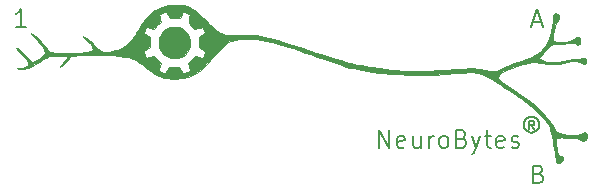
<source format=gbr>
G04 #@! TF.FileFunction,Soldermask,Top*
%FSLAX46Y46*%
G04 Gerber Fmt 4.6, Leading zero omitted, Abs format (unit mm)*
G04 Created by KiCad (PCBNEW 4.0.7-e2-6376~58~ubuntu14.04.1) date Mon Aug  6 17:59:04 2018*
%MOMM*%
%LPD*%
G01*
G04 APERTURE LIST*
%ADD10C,0.100000*%
%ADD11C,0.210000*%
%ADD12C,0.140000*%
%ADD13C,0.010000*%
G04 APERTURE END LIST*
D10*
D11*
X198357143Y-76392857D02*
X198571429Y-76464286D01*
X198642857Y-76535714D01*
X198714286Y-76678571D01*
X198714286Y-76892857D01*
X198642857Y-77035714D01*
X198571429Y-77107143D01*
X198428571Y-77178571D01*
X197857143Y-77178571D01*
X197857143Y-75678571D01*
X198357143Y-75678571D01*
X198500000Y-75750000D01*
X198571429Y-75821429D01*
X198642857Y-75964286D01*
X198642857Y-76107143D01*
X198571429Y-76250000D01*
X198500000Y-76321429D01*
X198357143Y-76392857D01*
X197857143Y-76392857D01*
X197892857Y-63500000D02*
X198607143Y-63500000D01*
X197750000Y-63928571D02*
X198250000Y-62428571D01*
X198750000Y-63928571D01*
X154928572Y-63928571D02*
X154071429Y-63928571D01*
X154500001Y-63928571D02*
X154500001Y-62428571D01*
X154357144Y-62642857D01*
X154214286Y-62785714D01*
X154071429Y-62857143D01*
X184857143Y-74178571D02*
X184857143Y-72678571D01*
X185714286Y-74178571D01*
X185714286Y-72678571D01*
X187000000Y-74107143D02*
X186857143Y-74178571D01*
X186571429Y-74178571D01*
X186428572Y-74107143D01*
X186357143Y-73964286D01*
X186357143Y-73392857D01*
X186428572Y-73250000D01*
X186571429Y-73178571D01*
X186857143Y-73178571D01*
X187000000Y-73250000D01*
X187071429Y-73392857D01*
X187071429Y-73535714D01*
X186357143Y-73678571D01*
X188357143Y-73178571D02*
X188357143Y-74178571D01*
X187714286Y-73178571D02*
X187714286Y-73964286D01*
X187785714Y-74107143D01*
X187928572Y-74178571D01*
X188142857Y-74178571D01*
X188285714Y-74107143D01*
X188357143Y-74035714D01*
X189071429Y-74178571D02*
X189071429Y-73178571D01*
X189071429Y-73464286D02*
X189142857Y-73321429D01*
X189214286Y-73250000D01*
X189357143Y-73178571D01*
X189500000Y-73178571D01*
X190214286Y-74178571D02*
X190071428Y-74107143D01*
X190000000Y-74035714D01*
X189928571Y-73892857D01*
X189928571Y-73464286D01*
X190000000Y-73321429D01*
X190071428Y-73250000D01*
X190214286Y-73178571D01*
X190428571Y-73178571D01*
X190571428Y-73250000D01*
X190642857Y-73321429D01*
X190714286Y-73464286D01*
X190714286Y-73892857D01*
X190642857Y-74035714D01*
X190571428Y-74107143D01*
X190428571Y-74178571D01*
X190214286Y-74178571D01*
X191857143Y-73392857D02*
X192071429Y-73464286D01*
X192142857Y-73535714D01*
X192214286Y-73678571D01*
X192214286Y-73892857D01*
X192142857Y-74035714D01*
X192071429Y-74107143D01*
X191928571Y-74178571D01*
X191357143Y-74178571D01*
X191357143Y-72678571D01*
X191857143Y-72678571D01*
X192000000Y-72750000D01*
X192071429Y-72821429D01*
X192142857Y-72964286D01*
X192142857Y-73107143D01*
X192071429Y-73250000D01*
X192000000Y-73321429D01*
X191857143Y-73392857D01*
X191357143Y-73392857D01*
X192714286Y-73178571D02*
X193071429Y-74178571D01*
X193428571Y-73178571D02*
X193071429Y-74178571D01*
X192928571Y-74535714D01*
X192857143Y-74607143D01*
X192714286Y-74678571D01*
X193785714Y-73178571D02*
X194357143Y-73178571D01*
X194000000Y-72678571D02*
X194000000Y-73964286D01*
X194071428Y-74107143D01*
X194214286Y-74178571D01*
X194357143Y-74178571D01*
X195428571Y-74107143D02*
X195285714Y-74178571D01*
X195000000Y-74178571D01*
X194857143Y-74107143D01*
X194785714Y-73964286D01*
X194785714Y-73392857D01*
X194857143Y-73250000D01*
X195000000Y-73178571D01*
X195285714Y-73178571D01*
X195428571Y-73250000D01*
X195500000Y-73392857D01*
X195500000Y-73535714D01*
X194785714Y-73678571D01*
X196071428Y-74107143D02*
X196214285Y-74178571D01*
X196500000Y-74178571D01*
X196642857Y-74107143D01*
X196714285Y-73964286D01*
X196714285Y-73892857D01*
X196642857Y-73750000D01*
X196500000Y-73678571D01*
X196285714Y-73678571D01*
X196142857Y-73607143D01*
X196071428Y-73464286D01*
X196071428Y-73392857D01*
X196142857Y-73250000D01*
X196285714Y-73178571D01*
X196500000Y-73178571D01*
X196642857Y-73250000D01*
D12*
X197988095Y-72559524D02*
X197750000Y-72273810D01*
X197559524Y-72559524D02*
X197559524Y-71892857D01*
X197845238Y-71892857D01*
X197940476Y-71940476D01*
X197988095Y-72035714D01*
X197988095Y-72130952D01*
X197940476Y-72226190D01*
X197845238Y-72273810D01*
X197559524Y-72273810D01*
X197750000Y-71559524D02*
X197511905Y-71607143D01*
X197273809Y-71750000D01*
X197130952Y-71988095D01*
X197083333Y-72226190D01*
X197130952Y-72464286D01*
X197273809Y-72702381D01*
X197511905Y-72845238D01*
X197750000Y-72892857D01*
X197988095Y-72845238D01*
X198226190Y-72702381D01*
X198369047Y-72464286D01*
X198416667Y-72226190D01*
X198369047Y-71988095D01*
X198226190Y-71750000D01*
X197988095Y-71607143D01*
X197750000Y-71559524D01*
D13*
G36*
X168034345Y-62069558D02*
X168332966Y-62121417D01*
X168560046Y-62181626D01*
X168762983Y-62253636D01*
X168955205Y-62346793D01*
X169150141Y-62470443D01*
X169361221Y-62633934D01*
X169601874Y-62846611D01*
X169885530Y-63117822D01*
X170167122Y-63397979D01*
X170448883Y-63679787D01*
X170673252Y-63899212D01*
X170853187Y-64067176D01*
X171001645Y-64194601D01*
X171131583Y-64292408D01*
X171255959Y-64371520D01*
X171387729Y-64442858D01*
X171434546Y-64466308D01*
X171625665Y-64558707D01*
X171767948Y-64616020D01*
X171896629Y-64645362D01*
X172046942Y-64653846D01*
X172254120Y-64648585D01*
X172323423Y-64645770D01*
X172959996Y-64625946D01*
X173528971Y-64621477D01*
X174022577Y-64632161D01*
X174433041Y-64657799D01*
X174752593Y-64698189D01*
X174815200Y-64710119D01*
X175146370Y-64782178D01*
X175490419Y-64864601D01*
X175858308Y-64960597D01*
X176260997Y-65073375D01*
X176709448Y-65206142D01*
X177214623Y-65362107D01*
X177787482Y-65544477D01*
X178438988Y-65756462D01*
X178828400Y-65884720D01*
X179535235Y-66117539D01*
X180156669Y-66320126D01*
X180703345Y-66495385D01*
X181185907Y-66646220D01*
X181614996Y-66775536D01*
X182001257Y-66886238D01*
X182355332Y-66981231D01*
X182687865Y-67063419D01*
X183009499Y-67135706D01*
X183330876Y-67200999D01*
X183662639Y-67262200D01*
X184015433Y-67322215D01*
X184213200Y-67354314D01*
X184804860Y-67445087D01*
X185335595Y-67516563D01*
X185831805Y-67570795D01*
X186319884Y-67609835D01*
X186826232Y-67635737D01*
X187377244Y-67650555D01*
X187999318Y-67656340D01*
X188099400Y-67656554D01*
X188696249Y-67654429D01*
X189225011Y-67645399D01*
X189719044Y-67628136D01*
X190211707Y-67601313D01*
X190736359Y-67563602D01*
X191020400Y-67540308D01*
X191597685Y-67494973D01*
X192087828Y-67465049D01*
X192504144Y-67450740D01*
X192859945Y-67452252D01*
X193168547Y-67469790D01*
X193443262Y-67503558D01*
X193697404Y-67553762D01*
X193814400Y-67583327D01*
X194140703Y-67654695D01*
X194433699Y-67676994D01*
X194717986Y-67646428D01*
X195018163Y-67559202D01*
X195358828Y-67411522D01*
X195548144Y-67315858D01*
X195713897Y-67239539D01*
X195951478Y-67143821D01*
X196235355Y-67038338D01*
X196539991Y-66932725D01*
X196716013Y-66875242D01*
X197153797Y-66731186D01*
X197509164Y-66601730D01*
X197798595Y-66478183D01*
X198038566Y-66351853D01*
X198245557Y-66214045D01*
X198436044Y-66056067D01*
X198626507Y-65869228D01*
X198630063Y-65865519D01*
X198969830Y-65444654D01*
X199228099Y-64974185D01*
X199407048Y-64448415D01*
X199508856Y-63861645D01*
X199532993Y-63504052D01*
X199557803Y-63188258D01*
X199608975Y-62968240D01*
X199688732Y-62841082D01*
X199799297Y-62803871D01*
X199942892Y-62853691D01*
X200000696Y-62890680D01*
X200095530Y-63009656D01*
X200098731Y-63164900D01*
X200010751Y-63349748D01*
X199965461Y-63411478D01*
X199847967Y-63607302D01*
X199735237Y-63883473D01*
X199634779Y-64218776D01*
X199560791Y-64555045D01*
X199533207Y-64819602D01*
X199566615Y-65014405D01*
X199668010Y-65145849D01*
X199844389Y-65220329D01*
X200102747Y-65244239D01*
X200306370Y-65236529D01*
X200688142Y-65195436D01*
X200982005Y-65130651D01*
X201199598Y-65038792D01*
X201331729Y-64938454D01*
X201481614Y-64831898D01*
X201636038Y-64791160D01*
X201768038Y-64818759D01*
X201839012Y-64891060D01*
X201885511Y-65049122D01*
X201880859Y-65219368D01*
X201827706Y-65354856D01*
X201811771Y-65373371D01*
X201723162Y-65440187D01*
X201633837Y-65439162D01*
X201506799Y-65369838D01*
X201506417Y-65369587D01*
X201443225Y-65335483D01*
X201366670Y-65315455D01*
X201256925Y-65308863D01*
X201094160Y-65315063D01*
X200858550Y-65333414D01*
X200733504Y-65344554D01*
X200451143Y-65367733D01*
X200170882Y-65386512D01*
X199926693Y-65398853D01*
X199764015Y-65402766D01*
X199645442Y-65403427D01*
X199549194Y-65412036D01*
X199462748Y-65438072D01*
X199373582Y-65491016D01*
X199269173Y-65580349D01*
X199136998Y-65715553D01*
X198964536Y-65906108D01*
X198739262Y-66161496D01*
X198694230Y-66212703D01*
X198367061Y-66584685D01*
X198482396Y-66678077D01*
X198621508Y-66764877D01*
X198804450Y-66828849D01*
X199048316Y-66873898D01*
X199370202Y-66903927D01*
X199505263Y-66911652D01*
X199742380Y-66920828D01*
X199933355Y-66918567D01*
X200110983Y-66901037D01*
X200308055Y-66864406D01*
X200557366Y-66804841D01*
X200673663Y-66775128D01*
X200974792Y-66701500D01*
X201202759Y-66656457D01*
X201380831Y-66636580D01*
X201532273Y-66638449D01*
X201575041Y-66642629D01*
X201770199Y-66652551D01*
X201905977Y-66624422D01*
X201968371Y-66591154D01*
X202127208Y-66531464D01*
X202262847Y-66558454D01*
X202358196Y-66657386D01*
X202396162Y-66813524D01*
X202380145Y-66946196D01*
X202319749Y-67064260D01*
X202217656Y-67092824D01*
X202069746Y-67032591D01*
X202028537Y-67006063D01*
X201811809Y-66878998D01*
X201613354Y-66817026D01*
X201395539Y-66813621D01*
X201155000Y-66854538D01*
X200754637Y-66943062D01*
X200435909Y-67012194D01*
X200180967Y-67063157D01*
X199971957Y-67097171D01*
X199791031Y-67115458D01*
X199620335Y-67119242D01*
X199442020Y-67109743D01*
X199238233Y-67088183D01*
X198991125Y-67055785D01*
X198731904Y-67020396D01*
X198424804Y-66979659D01*
X198195427Y-66952913D01*
X198020934Y-66939660D01*
X197878484Y-66939404D01*
X197745241Y-66951648D01*
X197598363Y-66975895D01*
X197505812Y-66993711D01*
X197006897Y-67105099D01*
X196539959Y-67235208D01*
X196114404Y-67379611D01*
X195739638Y-67533884D01*
X195425070Y-67693603D01*
X195180105Y-67854341D01*
X195014151Y-68011675D01*
X194936614Y-68161179D01*
X194932000Y-68204430D01*
X194948719Y-68291066D01*
X195005575Y-68383311D01*
X195112618Y-68489945D01*
X195279894Y-68619749D01*
X195517452Y-68781505D01*
X195795600Y-68959121D01*
X196642420Y-69514641D01*
X197391488Y-70058569D01*
X198045656Y-70593504D01*
X198607775Y-71122047D01*
X199080696Y-71646799D01*
X199467272Y-72170360D01*
X199655852Y-72479483D01*
X199761870Y-72646618D01*
X199871226Y-72785742D01*
X199948604Y-72857661D01*
X200140187Y-72942710D01*
X200418623Y-73008067D01*
X200770696Y-73051614D01*
X201183192Y-73071233D01*
X201286826Y-73072141D01*
X201544479Y-73070867D01*
X201720592Y-73063977D01*
X201835190Y-73048515D01*
X201908300Y-73021523D01*
X201959947Y-72980046D01*
X201967800Y-72971600D01*
X202076776Y-72900533D01*
X202211485Y-72871715D01*
X202330020Y-72889413D01*
X202379668Y-72929648D01*
X202415085Y-73056636D01*
X202415379Y-73229789D01*
X202384950Y-73401678D01*
X202328198Y-73524871D01*
X202323993Y-73529744D01*
X202210693Y-73616593D01*
X202093030Y-73614373D01*
X201960025Y-73533360D01*
X201782438Y-73439836D01*
X201517389Y-73371310D01*
X201161343Y-73327198D01*
X200710761Y-73306911D01*
X200585526Y-73305508D01*
X200274559Y-73304555D01*
X200052361Y-73313264D01*
X199906114Y-73343023D01*
X199823000Y-73405223D01*
X199790203Y-73511254D01*
X199794906Y-73672504D01*
X199824290Y-73900363D01*
X199834522Y-73972858D01*
X199884603Y-74293941D01*
X199935404Y-74527893D01*
X199993340Y-74689023D01*
X200064825Y-74791641D01*
X200156273Y-74850054D01*
X200237894Y-74872740D01*
X200392775Y-74926360D01*
X200460029Y-75021619D01*
X200450182Y-75173922D01*
X200448472Y-75180870D01*
X200379076Y-75304290D01*
X200255885Y-75407102D01*
X200109313Y-75474947D01*
X199969771Y-75493466D01*
X199872123Y-75453003D01*
X199829731Y-75362469D01*
X199809166Y-75224003D01*
X199808800Y-75203622D01*
X199798482Y-75056930D01*
X199769872Y-74833678D01*
X199726485Y-74552280D01*
X199671834Y-74231149D01*
X199609435Y-73888699D01*
X199542801Y-73543342D01*
X199475448Y-73213492D01*
X199410890Y-72917562D01*
X199352642Y-72673965D01*
X199304217Y-72501115D01*
X199280966Y-72438200D01*
X199117997Y-72151140D01*
X198878896Y-71826542D01*
X198576221Y-71476437D01*
X198222528Y-71112855D01*
X197830374Y-70747825D01*
X197412316Y-70393378D01*
X196980911Y-70061545D01*
X196548716Y-69764354D01*
X196379800Y-69658704D01*
X196188353Y-69539989D01*
X195935697Y-69379521D01*
X195644961Y-69192196D01*
X195339279Y-68992912D01*
X195062903Y-68810598D01*
X194779504Y-68624794D01*
X194503883Y-68448371D01*
X194254900Y-68293086D01*
X194051416Y-68170692D01*
X193912293Y-68092945D01*
X193907553Y-68090536D01*
X193703006Y-67995287D01*
X193497955Y-67919243D01*
X193280785Y-67861706D01*
X193039880Y-67821980D01*
X192763626Y-67799371D01*
X192440406Y-67793180D01*
X192058606Y-67802713D01*
X191606610Y-67827274D01*
X191072802Y-67866165D01*
X190689545Y-67897689D01*
X189161678Y-67990271D01*
X187660503Y-68007403D01*
X186195611Y-67949608D01*
X184776594Y-67817411D01*
X183413041Y-67611335D01*
X182652096Y-67458327D01*
X182409628Y-67397668D01*
X182083034Y-67304879D01*
X181683299Y-67183556D01*
X181221408Y-67037295D01*
X180708347Y-66869694D01*
X180155100Y-66684350D01*
X179572653Y-66484859D01*
X178971991Y-66274818D01*
X178364098Y-66057824D01*
X178260581Y-66020414D01*
X177537710Y-65764562D01*
X176893998Y-65550070D01*
X176317203Y-65373927D01*
X175795084Y-65233123D01*
X175315400Y-65124647D01*
X174865909Y-65045490D01*
X174434372Y-64992640D01*
X174008546Y-64963088D01*
X173951600Y-64960748D01*
X173440916Y-64953389D01*
X173015826Y-64974625D01*
X172663995Y-65025993D01*
X172373087Y-65109030D01*
X172219052Y-65176509D01*
X172004331Y-65313144D01*
X171744088Y-65525563D01*
X171448179Y-65804367D01*
X171126456Y-66140159D01*
X170788773Y-66523538D01*
X170715912Y-66610225D01*
X170229634Y-67140263D01*
X169735992Y-67570812D01*
X169230896Y-67903932D01*
X168710257Y-68141682D01*
X168169986Y-68286122D01*
X167605994Y-68339310D01*
X167297840Y-68331322D01*
X166936186Y-68294529D01*
X166611955Y-68228638D01*
X166305325Y-68124990D01*
X165996470Y-67974929D01*
X165665568Y-67769799D01*
X165292794Y-67500944D01*
X165156639Y-67396317D01*
X164869823Y-67174088D01*
X164648228Y-67005393D01*
X164477392Y-66880736D01*
X164342851Y-66790622D01*
X164230141Y-66725556D01*
X164124797Y-66676041D01*
X164012358Y-66632583D01*
X163970796Y-66617799D01*
X163661728Y-66531350D01*
X163266508Y-66456254D01*
X162800070Y-66393671D01*
X162277348Y-66344764D01*
X161713278Y-66310693D01*
X161122794Y-66292620D01*
X160520831Y-66291705D01*
X159972065Y-66306915D01*
X159597099Y-66323405D01*
X159308032Y-66340189D01*
X159089280Y-66362408D01*
X158925259Y-66395203D01*
X158800384Y-66443717D01*
X158699071Y-66513090D01*
X158605735Y-66608465D01*
X158504791Y-66734983D01*
X158447950Y-66809745D01*
X158283926Y-66997351D01*
X158106448Y-67155680D01*
X157998069Y-67228268D01*
X157879778Y-67288961D01*
X157825459Y-67302497D01*
X157836797Y-67262348D01*
X157915473Y-67161982D01*
X158056200Y-67002600D01*
X158191027Y-66840342D01*
X158307668Y-66677475D01*
X158392216Y-66536046D01*
X158430766Y-66438102D01*
X158428478Y-66412377D01*
X158368507Y-66394024D01*
X158229034Y-66380669D01*
X158032030Y-66372272D01*
X157799468Y-66368796D01*
X157553319Y-66370203D01*
X157315557Y-66376453D01*
X157108154Y-66387510D01*
X156953081Y-66403335D01*
X156894486Y-66415048D01*
X156786598Y-66461533D01*
X156618692Y-66551893D01*
X156414616Y-66672657D01*
X156218937Y-66796722D01*
X155759757Y-67082032D01*
X155362337Y-67294544D01*
X155020141Y-67436685D01*
X154726636Y-67510882D01*
X154475289Y-67519563D01*
X154341412Y-67494165D01*
X154165000Y-67443563D01*
X154393600Y-67438698D01*
X154679678Y-67411330D01*
X154909966Y-67346533D01*
X155071157Y-67250502D01*
X155149946Y-67129432D01*
X155155600Y-67083880D01*
X155117870Y-66959016D01*
X155009514Y-66778763D01*
X154837774Y-66552990D01*
X154609897Y-66291564D01*
X154448848Y-66121298D01*
X154291866Y-65957867D01*
X154167718Y-65824851D01*
X154089529Y-65736579D01*
X154069560Y-65707200D01*
X154184956Y-65745324D01*
X154349967Y-65852632D01*
X154551299Y-66018528D01*
X154775656Y-66232414D01*
X154923886Y-66388173D01*
X155098972Y-66573348D01*
X155257417Y-66730760D01*
X155382924Y-66844902D01*
X155459197Y-66900268D01*
X155464018Y-66902148D01*
X155563065Y-66894077D01*
X155718263Y-66839254D01*
X155903975Y-66751206D01*
X156094567Y-66643458D01*
X156264401Y-66529537D01*
X156387841Y-66422967D01*
X156401596Y-66407476D01*
X156485660Y-66271749D01*
X156526466Y-66135516D01*
X156527200Y-66119676D01*
X156483739Y-65909228D01*
X156355933Y-65654448D01*
X156147648Y-65361414D01*
X155862750Y-65036209D01*
X155791454Y-64962257D01*
X155621092Y-64786659D01*
X155482226Y-64640453D01*
X155387303Y-64536980D01*
X155348768Y-64489580D01*
X155349010Y-64488000D01*
X155400218Y-64512456D01*
X155512948Y-64576455D01*
X155656954Y-64662608D01*
X155999933Y-64918327D01*
X156342626Y-65263727D01*
X156615113Y-65605600D01*
X156770304Y-65809769D01*
X156896036Y-65945470D01*
X157016163Y-66030724D01*
X157154539Y-66083553D01*
X157286965Y-66113176D01*
X157479232Y-66136547D01*
X157747691Y-66150999D01*
X158073436Y-66157170D01*
X158437563Y-66155697D01*
X158821168Y-66147217D01*
X159205345Y-66132368D01*
X159571189Y-66111787D01*
X159899797Y-66086111D01*
X160172262Y-66055977D01*
X160369682Y-66022024D01*
X160423672Y-66007428D01*
X160568501Y-65924346D01*
X160622152Y-65799262D01*
X160585178Y-65633859D01*
X160458130Y-65429821D01*
X160241560Y-65188833D01*
X160116534Y-65070139D01*
X159968758Y-64930786D01*
X159861490Y-64820821D01*
X159808276Y-64754676D01*
X159808554Y-64742000D01*
X159903370Y-64774427D01*
X160046357Y-64859812D01*
X160212818Y-64980305D01*
X160378059Y-65118058D01*
X160515000Y-65252586D01*
X160752526Y-65511716D01*
X160936586Y-65704355D01*
X161079982Y-65841026D01*
X161195516Y-65932250D01*
X161295992Y-65988548D01*
X161394212Y-66020443D01*
X161465092Y-66033393D01*
X161684769Y-66043989D01*
X161963807Y-66027077D01*
X162265252Y-65987501D01*
X162552152Y-65930103D01*
X162786299Y-65860208D01*
X163060330Y-65740528D01*
X163310292Y-65594585D01*
X163545056Y-65412559D01*
X163773493Y-65184632D01*
X164004474Y-64900985D01*
X164246870Y-64551799D01*
X164302151Y-64462454D01*
X164909200Y-64462454D01*
X164948725Y-64495763D01*
X165051208Y-64564928D01*
X165163200Y-64635573D01*
X165417200Y-64791860D01*
X165417018Y-65681800D01*
X165175809Y-65830712D01*
X165040214Y-65914823D01*
X164944362Y-65975030D01*
X164915258Y-65993987D01*
X164922303Y-66044576D01*
X164960392Y-66160926D01*
X165006973Y-66281971D01*
X165118028Y-66555594D01*
X165446533Y-66476994D01*
X165775037Y-66398394D01*
X166072748Y-66692999D01*
X166370459Y-66987603D01*
X166300832Y-67249101D01*
X166251473Y-67451775D01*
X166238765Y-67581726D01*
X166268423Y-67663006D01*
X166346163Y-67719666D01*
X166420500Y-67752769D01*
X166599469Y-67816215D01*
X166721260Y-67820641D01*
X166817843Y-67755761D01*
X166921188Y-67611290D01*
X166936373Y-67586800D01*
X167092660Y-67332800D01*
X167948485Y-67332800D01*
X168104773Y-67586800D01*
X168194601Y-67722996D01*
X168267000Y-67815283D01*
X168299630Y-67841051D01*
X168392841Y-67822806D01*
X168524481Y-67776869D01*
X168661429Y-67717664D01*
X168770563Y-67659616D01*
X168818759Y-67617152D01*
X168818990Y-67614864D01*
X168806867Y-67539168D01*
X168777449Y-67399464D01*
X168748615Y-67274645D01*
X168680049Y-66987891D01*
X168971241Y-66699738D01*
X169262433Y-66411584D01*
X169580636Y-66494039D01*
X169744856Y-66534000D01*
X169863521Y-66557969D01*
X169909529Y-66560947D01*
X169933823Y-66509512D01*
X169984982Y-66393670D01*
X170029191Y-66291400D01*
X170089254Y-66142133D01*
X170107742Y-66057033D01*
X170087245Y-66008768D01*
X170058071Y-65986600D01*
X169818742Y-65825358D01*
X169668721Y-65701164D01*
X169604161Y-65610510D01*
X169604042Y-65572715D01*
X169619101Y-65484726D01*
X169629747Y-65329445D01*
X169633600Y-65148602D01*
X169633600Y-64801514D01*
X170137426Y-64491506D01*
X170031140Y-64235753D01*
X169971528Y-64099035D01*
X169916058Y-64020713D01*
X169838832Y-63990946D01*
X169713956Y-63999895D01*
X169515533Y-64037720D01*
X169511887Y-64038452D01*
X169220829Y-64096905D01*
X168966046Y-63847952D01*
X168849607Y-63732873D01*
X168776178Y-63643617D01*
X168740307Y-63554470D01*
X168736541Y-63439716D01*
X168759428Y-63273641D01*
X168798523Y-63057861D01*
X168813647Y-62947270D01*
X168793736Y-62879067D01*
X168718478Y-62824581D01*
X168591584Y-62765761D01*
X168449182Y-62705441D01*
X168347480Y-62667289D01*
X168319042Y-62660208D01*
X168278182Y-62700864D01*
X168205053Y-62805057D01*
X168137200Y-62914208D01*
X167987001Y-63167200D01*
X167108786Y-63167200D01*
X166950891Y-62913200D01*
X166858573Y-62776987D01*
X166781461Y-62684800D01*
X166744309Y-62659200D01*
X166672553Y-62677910D01*
X166543661Y-62725620D01*
X166459293Y-62760502D01*
X166314204Y-62832887D01*
X166251380Y-62895638D01*
X166249994Y-62951002D01*
X166277367Y-63054224D01*
X166313975Y-63207412D01*
X166327867Y-63268800D01*
X166378711Y-63497400D01*
X166084333Y-63793113D01*
X165789956Y-64088827D01*
X165470958Y-64006166D01*
X165305410Y-63966228D01*
X165184257Y-63942573D01*
X165135372Y-63940093D01*
X165108063Y-63991814D01*
X165057295Y-64102848D01*
X164997923Y-64238888D01*
X164944800Y-64365627D01*
X164912781Y-64448760D01*
X164909200Y-64462454D01*
X164302151Y-64462454D01*
X164509553Y-64127256D01*
X164783403Y-63649800D01*
X164933709Y-63430574D01*
X165146727Y-63185015D01*
X165397168Y-62937565D01*
X165659744Y-62712671D01*
X165909165Y-62534777D01*
X165980494Y-62492644D01*
X166471499Y-62269368D01*
X166992131Y-62122115D01*
X167520407Y-62054356D01*
X168034345Y-62069558D01*
X168034345Y-62069558D01*
G37*
X168034345Y-62069558D02*
X168332966Y-62121417D01*
X168560046Y-62181626D01*
X168762983Y-62253636D01*
X168955205Y-62346793D01*
X169150141Y-62470443D01*
X169361221Y-62633934D01*
X169601874Y-62846611D01*
X169885530Y-63117822D01*
X170167122Y-63397979D01*
X170448883Y-63679787D01*
X170673252Y-63899212D01*
X170853187Y-64067176D01*
X171001645Y-64194601D01*
X171131583Y-64292408D01*
X171255959Y-64371520D01*
X171387729Y-64442858D01*
X171434546Y-64466308D01*
X171625665Y-64558707D01*
X171767948Y-64616020D01*
X171896629Y-64645362D01*
X172046942Y-64653846D01*
X172254120Y-64648585D01*
X172323423Y-64645770D01*
X172959996Y-64625946D01*
X173528971Y-64621477D01*
X174022577Y-64632161D01*
X174433041Y-64657799D01*
X174752593Y-64698189D01*
X174815200Y-64710119D01*
X175146370Y-64782178D01*
X175490419Y-64864601D01*
X175858308Y-64960597D01*
X176260997Y-65073375D01*
X176709448Y-65206142D01*
X177214623Y-65362107D01*
X177787482Y-65544477D01*
X178438988Y-65756462D01*
X178828400Y-65884720D01*
X179535235Y-66117539D01*
X180156669Y-66320126D01*
X180703345Y-66495385D01*
X181185907Y-66646220D01*
X181614996Y-66775536D01*
X182001257Y-66886238D01*
X182355332Y-66981231D01*
X182687865Y-67063419D01*
X183009499Y-67135706D01*
X183330876Y-67200999D01*
X183662639Y-67262200D01*
X184015433Y-67322215D01*
X184213200Y-67354314D01*
X184804860Y-67445087D01*
X185335595Y-67516563D01*
X185831805Y-67570795D01*
X186319884Y-67609835D01*
X186826232Y-67635737D01*
X187377244Y-67650555D01*
X187999318Y-67656340D01*
X188099400Y-67656554D01*
X188696249Y-67654429D01*
X189225011Y-67645399D01*
X189719044Y-67628136D01*
X190211707Y-67601313D01*
X190736359Y-67563602D01*
X191020400Y-67540308D01*
X191597685Y-67494973D01*
X192087828Y-67465049D01*
X192504144Y-67450740D01*
X192859945Y-67452252D01*
X193168547Y-67469790D01*
X193443262Y-67503558D01*
X193697404Y-67553762D01*
X193814400Y-67583327D01*
X194140703Y-67654695D01*
X194433699Y-67676994D01*
X194717986Y-67646428D01*
X195018163Y-67559202D01*
X195358828Y-67411522D01*
X195548144Y-67315858D01*
X195713897Y-67239539D01*
X195951478Y-67143821D01*
X196235355Y-67038338D01*
X196539991Y-66932725D01*
X196716013Y-66875242D01*
X197153797Y-66731186D01*
X197509164Y-66601730D01*
X197798595Y-66478183D01*
X198038566Y-66351853D01*
X198245557Y-66214045D01*
X198436044Y-66056067D01*
X198626507Y-65869228D01*
X198630063Y-65865519D01*
X198969830Y-65444654D01*
X199228099Y-64974185D01*
X199407048Y-64448415D01*
X199508856Y-63861645D01*
X199532993Y-63504052D01*
X199557803Y-63188258D01*
X199608975Y-62968240D01*
X199688732Y-62841082D01*
X199799297Y-62803871D01*
X199942892Y-62853691D01*
X200000696Y-62890680D01*
X200095530Y-63009656D01*
X200098731Y-63164900D01*
X200010751Y-63349748D01*
X199965461Y-63411478D01*
X199847967Y-63607302D01*
X199735237Y-63883473D01*
X199634779Y-64218776D01*
X199560791Y-64555045D01*
X199533207Y-64819602D01*
X199566615Y-65014405D01*
X199668010Y-65145849D01*
X199844389Y-65220329D01*
X200102747Y-65244239D01*
X200306370Y-65236529D01*
X200688142Y-65195436D01*
X200982005Y-65130651D01*
X201199598Y-65038792D01*
X201331729Y-64938454D01*
X201481614Y-64831898D01*
X201636038Y-64791160D01*
X201768038Y-64818759D01*
X201839012Y-64891060D01*
X201885511Y-65049122D01*
X201880859Y-65219368D01*
X201827706Y-65354856D01*
X201811771Y-65373371D01*
X201723162Y-65440187D01*
X201633837Y-65439162D01*
X201506799Y-65369838D01*
X201506417Y-65369587D01*
X201443225Y-65335483D01*
X201366670Y-65315455D01*
X201256925Y-65308863D01*
X201094160Y-65315063D01*
X200858550Y-65333414D01*
X200733504Y-65344554D01*
X200451143Y-65367733D01*
X200170882Y-65386512D01*
X199926693Y-65398853D01*
X199764015Y-65402766D01*
X199645442Y-65403427D01*
X199549194Y-65412036D01*
X199462748Y-65438072D01*
X199373582Y-65491016D01*
X199269173Y-65580349D01*
X199136998Y-65715553D01*
X198964536Y-65906108D01*
X198739262Y-66161496D01*
X198694230Y-66212703D01*
X198367061Y-66584685D01*
X198482396Y-66678077D01*
X198621508Y-66764877D01*
X198804450Y-66828849D01*
X199048316Y-66873898D01*
X199370202Y-66903927D01*
X199505263Y-66911652D01*
X199742380Y-66920828D01*
X199933355Y-66918567D01*
X200110983Y-66901037D01*
X200308055Y-66864406D01*
X200557366Y-66804841D01*
X200673663Y-66775128D01*
X200974792Y-66701500D01*
X201202759Y-66656457D01*
X201380831Y-66636580D01*
X201532273Y-66638449D01*
X201575041Y-66642629D01*
X201770199Y-66652551D01*
X201905977Y-66624422D01*
X201968371Y-66591154D01*
X202127208Y-66531464D01*
X202262847Y-66558454D01*
X202358196Y-66657386D01*
X202396162Y-66813524D01*
X202380145Y-66946196D01*
X202319749Y-67064260D01*
X202217656Y-67092824D01*
X202069746Y-67032591D01*
X202028537Y-67006063D01*
X201811809Y-66878998D01*
X201613354Y-66817026D01*
X201395539Y-66813621D01*
X201155000Y-66854538D01*
X200754637Y-66943062D01*
X200435909Y-67012194D01*
X200180967Y-67063157D01*
X199971957Y-67097171D01*
X199791031Y-67115458D01*
X199620335Y-67119242D01*
X199442020Y-67109743D01*
X199238233Y-67088183D01*
X198991125Y-67055785D01*
X198731904Y-67020396D01*
X198424804Y-66979659D01*
X198195427Y-66952913D01*
X198020934Y-66939660D01*
X197878484Y-66939404D01*
X197745241Y-66951648D01*
X197598363Y-66975895D01*
X197505812Y-66993711D01*
X197006897Y-67105099D01*
X196539959Y-67235208D01*
X196114404Y-67379611D01*
X195739638Y-67533884D01*
X195425070Y-67693603D01*
X195180105Y-67854341D01*
X195014151Y-68011675D01*
X194936614Y-68161179D01*
X194932000Y-68204430D01*
X194948719Y-68291066D01*
X195005575Y-68383311D01*
X195112618Y-68489945D01*
X195279894Y-68619749D01*
X195517452Y-68781505D01*
X195795600Y-68959121D01*
X196642420Y-69514641D01*
X197391488Y-70058569D01*
X198045656Y-70593504D01*
X198607775Y-71122047D01*
X199080696Y-71646799D01*
X199467272Y-72170360D01*
X199655852Y-72479483D01*
X199761870Y-72646618D01*
X199871226Y-72785742D01*
X199948604Y-72857661D01*
X200140187Y-72942710D01*
X200418623Y-73008067D01*
X200770696Y-73051614D01*
X201183192Y-73071233D01*
X201286826Y-73072141D01*
X201544479Y-73070867D01*
X201720592Y-73063977D01*
X201835190Y-73048515D01*
X201908300Y-73021523D01*
X201959947Y-72980046D01*
X201967800Y-72971600D01*
X202076776Y-72900533D01*
X202211485Y-72871715D01*
X202330020Y-72889413D01*
X202379668Y-72929648D01*
X202415085Y-73056636D01*
X202415379Y-73229789D01*
X202384950Y-73401678D01*
X202328198Y-73524871D01*
X202323993Y-73529744D01*
X202210693Y-73616593D01*
X202093030Y-73614373D01*
X201960025Y-73533360D01*
X201782438Y-73439836D01*
X201517389Y-73371310D01*
X201161343Y-73327198D01*
X200710761Y-73306911D01*
X200585526Y-73305508D01*
X200274559Y-73304555D01*
X200052361Y-73313264D01*
X199906114Y-73343023D01*
X199823000Y-73405223D01*
X199790203Y-73511254D01*
X199794906Y-73672504D01*
X199824290Y-73900363D01*
X199834522Y-73972858D01*
X199884603Y-74293941D01*
X199935404Y-74527893D01*
X199993340Y-74689023D01*
X200064825Y-74791641D01*
X200156273Y-74850054D01*
X200237894Y-74872740D01*
X200392775Y-74926360D01*
X200460029Y-75021619D01*
X200450182Y-75173922D01*
X200448472Y-75180870D01*
X200379076Y-75304290D01*
X200255885Y-75407102D01*
X200109313Y-75474947D01*
X199969771Y-75493466D01*
X199872123Y-75453003D01*
X199829731Y-75362469D01*
X199809166Y-75224003D01*
X199808800Y-75203622D01*
X199798482Y-75056930D01*
X199769872Y-74833678D01*
X199726485Y-74552280D01*
X199671834Y-74231149D01*
X199609435Y-73888699D01*
X199542801Y-73543342D01*
X199475448Y-73213492D01*
X199410890Y-72917562D01*
X199352642Y-72673965D01*
X199304217Y-72501115D01*
X199280966Y-72438200D01*
X199117997Y-72151140D01*
X198878896Y-71826542D01*
X198576221Y-71476437D01*
X198222528Y-71112855D01*
X197830374Y-70747825D01*
X197412316Y-70393378D01*
X196980911Y-70061545D01*
X196548716Y-69764354D01*
X196379800Y-69658704D01*
X196188353Y-69539989D01*
X195935697Y-69379521D01*
X195644961Y-69192196D01*
X195339279Y-68992912D01*
X195062903Y-68810598D01*
X194779504Y-68624794D01*
X194503883Y-68448371D01*
X194254900Y-68293086D01*
X194051416Y-68170692D01*
X193912293Y-68092945D01*
X193907553Y-68090536D01*
X193703006Y-67995287D01*
X193497955Y-67919243D01*
X193280785Y-67861706D01*
X193039880Y-67821980D01*
X192763626Y-67799371D01*
X192440406Y-67793180D01*
X192058606Y-67802713D01*
X191606610Y-67827274D01*
X191072802Y-67866165D01*
X190689545Y-67897689D01*
X189161678Y-67990271D01*
X187660503Y-68007403D01*
X186195611Y-67949608D01*
X184776594Y-67817411D01*
X183413041Y-67611335D01*
X182652096Y-67458327D01*
X182409628Y-67397668D01*
X182083034Y-67304879D01*
X181683299Y-67183556D01*
X181221408Y-67037295D01*
X180708347Y-66869694D01*
X180155100Y-66684350D01*
X179572653Y-66484859D01*
X178971991Y-66274818D01*
X178364098Y-66057824D01*
X178260581Y-66020414D01*
X177537710Y-65764562D01*
X176893998Y-65550070D01*
X176317203Y-65373927D01*
X175795084Y-65233123D01*
X175315400Y-65124647D01*
X174865909Y-65045490D01*
X174434372Y-64992640D01*
X174008546Y-64963088D01*
X173951600Y-64960748D01*
X173440916Y-64953389D01*
X173015826Y-64974625D01*
X172663995Y-65025993D01*
X172373087Y-65109030D01*
X172219052Y-65176509D01*
X172004331Y-65313144D01*
X171744088Y-65525563D01*
X171448179Y-65804367D01*
X171126456Y-66140159D01*
X170788773Y-66523538D01*
X170715912Y-66610225D01*
X170229634Y-67140263D01*
X169735992Y-67570812D01*
X169230896Y-67903932D01*
X168710257Y-68141682D01*
X168169986Y-68286122D01*
X167605994Y-68339310D01*
X167297840Y-68331322D01*
X166936186Y-68294529D01*
X166611955Y-68228638D01*
X166305325Y-68124990D01*
X165996470Y-67974929D01*
X165665568Y-67769799D01*
X165292794Y-67500944D01*
X165156639Y-67396317D01*
X164869823Y-67174088D01*
X164648228Y-67005393D01*
X164477392Y-66880736D01*
X164342851Y-66790622D01*
X164230141Y-66725556D01*
X164124797Y-66676041D01*
X164012358Y-66632583D01*
X163970796Y-66617799D01*
X163661728Y-66531350D01*
X163266508Y-66456254D01*
X162800070Y-66393671D01*
X162277348Y-66344764D01*
X161713278Y-66310693D01*
X161122794Y-66292620D01*
X160520831Y-66291705D01*
X159972065Y-66306915D01*
X159597099Y-66323405D01*
X159308032Y-66340189D01*
X159089280Y-66362408D01*
X158925259Y-66395203D01*
X158800384Y-66443717D01*
X158699071Y-66513090D01*
X158605735Y-66608465D01*
X158504791Y-66734983D01*
X158447950Y-66809745D01*
X158283926Y-66997351D01*
X158106448Y-67155680D01*
X157998069Y-67228268D01*
X157879778Y-67288961D01*
X157825459Y-67302497D01*
X157836797Y-67262348D01*
X157915473Y-67161982D01*
X158056200Y-67002600D01*
X158191027Y-66840342D01*
X158307668Y-66677475D01*
X158392216Y-66536046D01*
X158430766Y-66438102D01*
X158428478Y-66412377D01*
X158368507Y-66394024D01*
X158229034Y-66380669D01*
X158032030Y-66372272D01*
X157799468Y-66368796D01*
X157553319Y-66370203D01*
X157315557Y-66376453D01*
X157108154Y-66387510D01*
X156953081Y-66403335D01*
X156894486Y-66415048D01*
X156786598Y-66461533D01*
X156618692Y-66551893D01*
X156414616Y-66672657D01*
X156218937Y-66796722D01*
X155759757Y-67082032D01*
X155362337Y-67294544D01*
X155020141Y-67436685D01*
X154726636Y-67510882D01*
X154475289Y-67519563D01*
X154341412Y-67494165D01*
X154165000Y-67443563D01*
X154393600Y-67438698D01*
X154679678Y-67411330D01*
X154909966Y-67346533D01*
X155071157Y-67250502D01*
X155149946Y-67129432D01*
X155155600Y-67083880D01*
X155117870Y-66959016D01*
X155009514Y-66778763D01*
X154837774Y-66552990D01*
X154609897Y-66291564D01*
X154448848Y-66121298D01*
X154291866Y-65957867D01*
X154167718Y-65824851D01*
X154089529Y-65736579D01*
X154069560Y-65707200D01*
X154184956Y-65745324D01*
X154349967Y-65852632D01*
X154551299Y-66018528D01*
X154775656Y-66232414D01*
X154923886Y-66388173D01*
X155098972Y-66573348D01*
X155257417Y-66730760D01*
X155382924Y-66844902D01*
X155459197Y-66900268D01*
X155464018Y-66902148D01*
X155563065Y-66894077D01*
X155718263Y-66839254D01*
X155903975Y-66751206D01*
X156094567Y-66643458D01*
X156264401Y-66529537D01*
X156387841Y-66422967D01*
X156401596Y-66407476D01*
X156485660Y-66271749D01*
X156526466Y-66135516D01*
X156527200Y-66119676D01*
X156483739Y-65909228D01*
X156355933Y-65654448D01*
X156147648Y-65361414D01*
X155862750Y-65036209D01*
X155791454Y-64962257D01*
X155621092Y-64786659D01*
X155482226Y-64640453D01*
X155387303Y-64536980D01*
X155348768Y-64489580D01*
X155349010Y-64488000D01*
X155400218Y-64512456D01*
X155512948Y-64576455D01*
X155656954Y-64662608D01*
X155999933Y-64918327D01*
X156342626Y-65263727D01*
X156615113Y-65605600D01*
X156770304Y-65809769D01*
X156896036Y-65945470D01*
X157016163Y-66030724D01*
X157154539Y-66083553D01*
X157286965Y-66113176D01*
X157479232Y-66136547D01*
X157747691Y-66150999D01*
X158073436Y-66157170D01*
X158437563Y-66155697D01*
X158821168Y-66147217D01*
X159205345Y-66132368D01*
X159571189Y-66111787D01*
X159899797Y-66086111D01*
X160172262Y-66055977D01*
X160369682Y-66022024D01*
X160423672Y-66007428D01*
X160568501Y-65924346D01*
X160622152Y-65799262D01*
X160585178Y-65633859D01*
X160458130Y-65429821D01*
X160241560Y-65188833D01*
X160116534Y-65070139D01*
X159968758Y-64930786D01*
X159861490Y-64820821D01*
X159808276Y-64754676D01*
X159808554Y-64742000D01*
X159903370Y-64774427D01*
X160046357Y-64859812D01*
X160212818Y-64980305D01*
X160378059Y-65118058D01*
X160515000Y-65252586D01*
X160752526Y-65511716D01*
X160936586Y-65704355D01*
X161079982Y-65841026D01*
X161195516Y-65932250D01*
X161295992Y-65988548D01*
X161394212Y-66020443D01*
X161465092Y-66033393D01*
X161684769Y-66043989D01*
X161963807Y-66027077D01*
X162265252Y-65987501D01*
X162552152Y-65930103D01*
X162786299Y-65860208D01*
X163060330Y-65740528D01*
X163310292Y-65594585D01*
X163545056Y-65412559D01*
X163773493Y-65184632D01*
X164004474Y-64900985D01*
X164246870Y-64551799D01*
X164302151Y-64462454D01*
X164909200Y-64462454D01*
X164948725Y-64495763D01*
X165051208Y-64564928D01*
X165163200Y-64635573D01*
X165417200Y-64791860D01*
X165417018Y-65681800D01*
X165175809Y-65830712D01*
X165040214Y-65914823D01*
X164944362Y-65975030D01*
X164915258Y-65993987D01*
X164922303Y-66044576D01*
X164960392Y-66160926D01*
X165006973Y-66281971D01*
X165118028Y-66555594D01*
X165446533Y-66476994D01*
X165775037Y-66398394D01*
X166072748Y-66692999D01*
X166370459Y-66987603D01*
X166300832Y-67249101D01*
X166251473Y-67451775D01*
X166238765Y-67581726D01*
X166268423Y-67663006D01*
X166346163Y-67719666D01*
X166420500Y-67752769D01*
X166599469Y-67816215D01*
X166721260Y-67820641D01*
X166817843Y-67755761D01*
X166921188Y-67611290D01*
X166936373Y-67586800D01*
X167092660Y-67332800D01*
X167948485Y-67332800D01*
X168104773Y-67586800D01*
X168194601Y-67722996D01*
X168267000Y-67815283D01*
X168299630Y-67841051D01*
X168392841Y-67822806D01*
X168524481Y-67776869D01*
X168661429Y-67717664D01*
X168770563Y-67659616D01*
X168818759Y-67617152D01*
X168818990Y-67614864D01*
X168806867Y-67539168D01*
X168777449Y-67399464D01*
X168748615Y-67274645D01*
X168680049Y-66987891D01*
X168971241Y-66699738D01*
X169262433Y-66411584D01*
X169580636Y-66494039D01*
X169744856Y-66534000D01*
X169863521Y-66557969D01*
X169909529Y-66560947D01*
X169933823Y-66509512D01*
X169984982Y-66393670D01*
X170029191Y-66291400D01*
X170089254Y-66142133D01*
X170107742Y-66057033D01*
X170087245Y-66008768D01*
X170058071Y-65986600D01*
X169818742Y-65825358D01*
X169668721Y-65701164D01*
X169604161Y-65610510D01*
X169604042Y-65572715D01*
X169619101Y-65484726D01*
X169629747Y-65329445D01*
X169633600Y-65148602D01*
X169633600Y-64801514D01*
X170137426Y-64491506D01*
X170031140Y-64235753D01*
X169971528Y-64099035D01*
X169916058Y-64020713D01*
X169838832Y-63990946D01*
X169713956Y-63999895D01*
X169515533Y-64037720D01*
X169511887Y-64038452D01*
X169220829Y-64096905D01*
X168966046Y-63847952D01*
X168849607Y-63732873D01*
X168776178Y-63643617D01*
X168740307Y-63554470D01*
X168736541Y-63439716D01*
X168759428Y-63273641D01*
X168798523Y-63057861D01*
X168813647Y-62947270D01*
X168793736Y-62879067D01*
X168718478Y-62824581D01*
X168591584Y-62765761D01*
X168449182Y-62705441D01*
X168347480Y-62667289D01*
X168319042Y-62660208D01*
X168278182Y-62700864D01*
X168205053Y-62805057D01*
X168137200Y-62914208D01*
X167987001Y-63167200D01*
X167108786Y-63167200D01*
X166950891Y-62913200D01*
X166858573Y-62776987D01*
X166781461Y-62684800D01*
X166744309Y-62659200D01*
X166672553Y-62677910D01*
X166543661Y-62725620D01*
X166459293Y-62760502D01*
X166314204Y-62832887D01*
X166251380Y-62895638D01*
X166249994Y-62951002D01*
X166277367Y-63054224D01*
X166313975Y-63207412D01*
X166327867Y-63268800D01*
X166378711Y-63497400D01*
X166084333Y-63793113D01*
X165789956Y-64088827D01*
X165470958Y-64006166D01*
X165305410Y-63966228D01*
X165184257Y-63942573D01*
X165135372Y-63940093D01*
X165108063Y-63991814D01*
X165057295Y-64102848D01*
X164997923Y-64238888D01*
X164944800Y-64365627D01*
X164912781Y-64448760D01*
X164909200Y-64462454D01*
X164302151Y-64462454D01*
X164509553Y-64127256D01*
X164783403Y-63649800D01*
X164933709Y-63430574D01*
X165146727Y-63185015D01*
X165397168Y-62937565D01*
X165659744Y-62712671D01*
X165909165Y-62534777D01*
X165980494Y-62492644D01*
X166471499Y-62269368D01*
X166992131Y-62122115D01*
X167520407Y-62054356D01*
X168034345Y-62069558D01*
G36*
X167815455Y-63951439D02*
X167969179Y-63989590D01*
X168210064Y-64105893D01*
X168442528Y-64295645D01*
X168639755Y-64532373D01*
X168772182Y-64782248D01*
X168853363Y-65125722D01*
X168844010Y-65460085D01*
X168754492Y-65773439D01*
X168595177Y-66053882D01*
X168376434Y-66289514D01*
X168108632Y-66468434D01*
X167802138Y-66578742D01*
X167467323Y-66608537D01*
X167212064Y-66572867D01*
X166878557Y-66444008D01*
X166597267Y-66236616D01*
X166379699Y-65965242D01*
X166237355Y-65644437D01*
X166181738Y-65288755D01*
X166181429Y-65269086D01*
X166223856Y-64907469D01*
X166349742Y-64589481D01*
X166547212Y-64323623D01*
X166804393Y-64118391D01*
X167109409Y-63982284D01*
X167450388Y-63923801D01*
X167815455Y-63951439D01*
X167815455Y-63951439D01*
G37*
X167815455Y-63951439D02*
X167969179Y-63989590D01*
X168210064Y-64105893D01*
X168442528Y-64295645D01*
X168639755Y-64532373D01*
X168772182Y-64782248D01*
X168853363Y-65125722D01*
X168844010Y-65460085D01*
X168754492Y-65773439D01*
X168595177Y-66053882D01*
X168376434Y-66289514D01*
X168108632Y-66468434D01*
X167802138Y-66578742D01*
X167467323Y-66608537D01*
X167212064Y-66572867D01*
X166878557Y-66444008D01*
X166597267Y-66236616D01*
X166379699Y-65965242D01*
X166237355Y-65644437D01*
X166181738Y-65288755D01*
X166181429Y-65269086D01*
X166223856Y-64907469D01*
X166349742Y-64589481D01*
X166547212Y-64323623D01*
X166804393Y-64118391D01*
X167109409Y-63982284D01*
X167450388Y-63923801D01*
X167815455Y-63951439D01*
M02*

</source>
